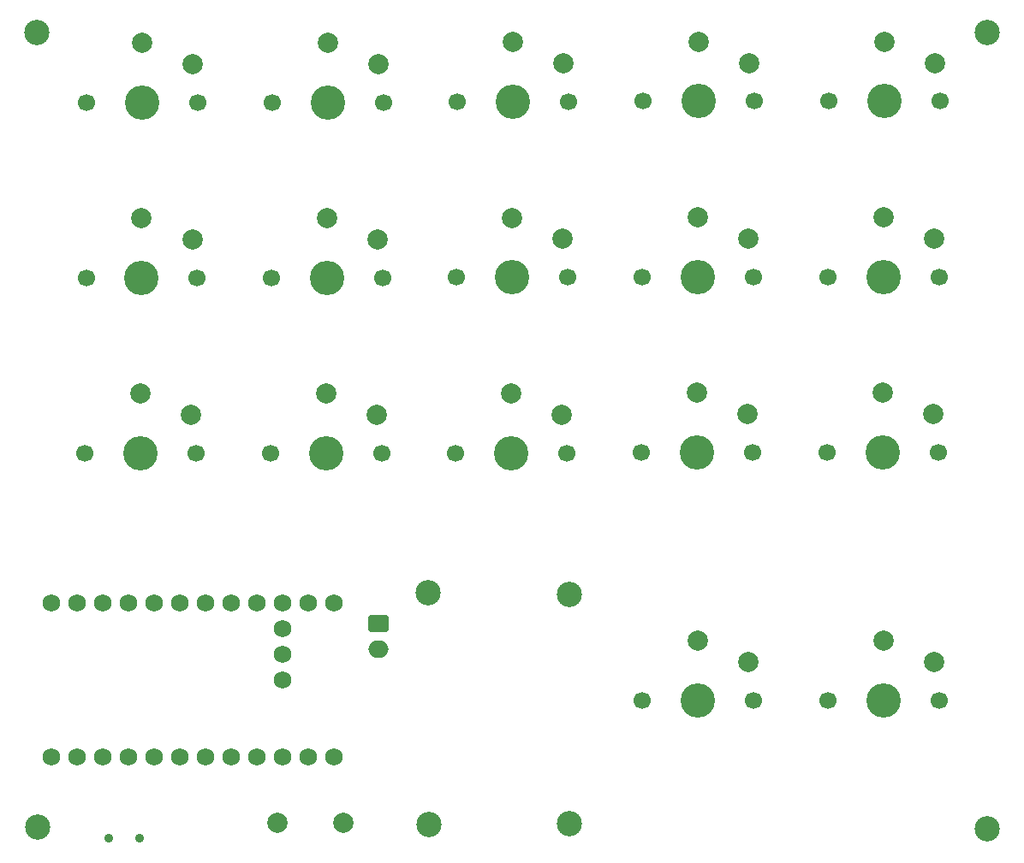
<source format=gbr>
%TF.GenerationSoftware,KiCad,Pcbnew,7.0.6-0*%
%TF.CreationDate,2024-10-24T11:02:24+08:00*%
%TF.ProjectId,kweba,6b776562-612e-46b6-9963-61645f706362,rev?*%
%TF.SameCoordinates,Original*%
%TF.FileFunction,Soldermask,Bot*%
%TF.FilePolarity,Negative*%
%FSLAX46Y46*%
G04 Gerber Fmt 4.6, Leading zero omitted, Abs format (unit mm)*
G04 Created by KiCad (PCBNEW 7.0.6-0) date 2024-10-24 11:02:24*
%MOMM*%
%LPD*%
G01*
G04 APERTURE LIST*
G04 Aperture macros list*
%AMRoundRect*
0 Rectangle with rounded corners*
0 $1 Rounding radius*
0 $2 $3 $4 $5 $6 $7 $8 $9 X,Y pos of 4 corners*
0 Add a 4 corners polygon primitive as box body*
4,1,4,$2,$3,$4,$5,$6,$7,$8,$9,$2,$3,0*
0 Add four circle primitives for the rounded corners*
1,1,$1+$1,$2,$3*
1,1,$1+$1,$4,$5*
1,1,$1+$1,$6,$7*
1,1,$1+$1,$8,$9*
0 Add four rect primitives between the rounded corners*
20,1,$1+$1,$2,$3,$4,$5,0*
20,1,$1+$1,$4,$5,$6,$7,0*
20,1,$1+$1,$6,$7,$8,$9,0*
20,1,$1+$1,$8,$9,$2,$3,0*%
G04 Aperture macros list end*
%ADD10C,2.500000*%
%ADD11C,1.752600*%
%ADD12C,1.700000*%
%ADD13C,3.400000*%
%ADD14C,2.000000*%
%ADD15C,0.900000*%
%ADD16RoundRect,0.250000X-0.750000X0.600000X-0.750000X-0.600000X0.750000X-0.600000X0.750000X0.600000X0*%
%ADD17O,2.000000X1.700000*%
G04 APERTURE END LIST*
D10*
%TO.C,H8*%
X-195925000Y-205700000D03*
%TD*%
%TO.C,H7*%
X-209825000Y-205800000D03*
%TD*%
%TO.C,H6*%
X-195925000Y-183000000D03*
%TD*%
D11*
%TO.C,U1*%
X-247133250Y-183830000D03*
X-244593250Y-183830000D03*
X-242053250Y-183830000D03*
X-239513250Y-183830000D03*
X-236973250Y-183830000D03*
X-234433250Y-183830000D03*
X-231893250Y-183830000D03*
X-229353250Y-183830000D03*
X-226813250Y-183830000D03*
X-224273250Y-183830000D03*
X-221733250Y-183830000D03*
X-219193250Y-183830000D03*
X-219193250Y-199070000D03*
X-221733250Y-199070000D03*
X-224273250Y-199070000D03*
X-226813250Y-199070000D03*
X-229353250Y-199070000D03*
X-231893250Y-199070000D03*
X-234433250Y-199070000D03*
X-236973250Y-199070000D03*
X-239513250Y-199070000D03*
X-242053250Y-199070000D03*
X-244593250Y-199070000D03*
X-247133250Y-199070000D03*
X-224273250Y-186370000D03*
X-224273250Y-188910000D03*
X-224273250Y-191450000D03*
%TD*%
D12*
%TO.C,SW15*%
X-207225000Y-168975000D03*
D13*
X-201725000Y-168975000D03*
D12*
X-196225000Y-168975000D03*
D14*
X-201725000Y-163075000D03*
X-196725000Y-165175000D03*
%TD*%
D10*
%TO.C,H5*%
X-209925000Y-182850000D03*
%TD*%
D12*
%TO.C,SW2*%
X-243725000Y-151650000D03*
D13*
X-238225000Y-151650000D03*
D12*
X-232725000Y-151650000D03*
D14*
X-238225000Y-145750000D03*
X-233225000Y-147850000D03*
%TD*%
D12*
%TO.C,SW6*%
X-188800000Y-168925000D03*
D13*
X-183300000Y-168925000D03*
D12*
X-177800000Y-168925000D03*
D14*
X-183300000Y-163025000D03*
X-178300000Y-165125000D03*
%TD*%
D15*
%TO.C,SW18*%
X-241450000Y-207085000D03*
X-238450000Y-207085000D03*
%TD*%
D12*
%TO.C,SW5*%
X-188700000Y-151550000D03*
D13*
X-183200000Y-151550000D03*
D12*
X-177700000Y-151550000D03*
D14*
X-183200000Y-145650000D03*
X-178200000Y-147750000D03*
%TD*%
D10*
%TO.C,H3*%
X-154650000Y-206150000D03*
%TD*%
D12*
%TO.C,SW11*%
X-170375000Y-151550000D03*
D13*
X-164875000Y-151550000D03*
D12*
X-159375000Y-151550000D03*
D14*
X-164875000Y-145650000D03*
X-159875000Y-147750000D03*
%TD*%
D12*
%TO.C,SW14*%
X-207125000Y-151600000D03*
D13*
X-201625000Y-151600000D03*
D12*
X-196125000Y-151600000D03*
D14*
X-201625000Y-145700000D03*
X-196625000Y-147800000D03*
%TD*%
D12*
%TO.C,SW7*%
X-225325000Y-134275000D03*
D13*
X-219825000Y-134275000D03*
D12*
X-214325000Y-134275000D03*
D14*
X-219825000Y-128375000D03*
X-214825000Y-130475000D03*
%TD*%
D12*
%TO.C,SW4*%
X-188625000Y-134175000D03*
D13*
X-183125000Y-134175000D03*
D12*
X-177625000Y-134175000D03*
D14*
X-183125000Y-128275000D03*
X-178125000Y-130375000D03*
%TD*%
D10*
%TO.C,H1*%
X-248575000Y-127375000D03*
%TD*%
D12*
%TO.C,SW12*%
X-170475000Y-168925000D03*
D13*
X-164975000Y-168925000D03*
D12*
X-159475000Y-168925000D03*
D14*
X-164975000Y-163025000D03*
X-159975000Y-165125000D03*
%TD*%
D12*
%TO.C,SW16*%
X-188725000Y-193475000D03*
D13*
X-183225000Y-193475000D03*
D12*
X-177725000Y-193475000D03*
D14*
X-183225000Y-187575000D03*
X-178225000Y-189675000D03*
%TD*%
D12*
%TO.C,SW3*%
X-243825000Y-169025000D03*
D13*
X-238325000Y-169025000D03*
D12*
X-232825000Y-169025000D03*
D14*
X-238325000Y-163125000D03*
X-233325000Y-165225000D03*
%TD*%
D12*
%TO.C,SW13*%
X-207050000Y-134225000D03*
D13*
X-201550000Y-134225000D03*
D12*
X-196050000Y-134225000D03*
D14*
X-201550000Y-128325000D03*
X-196550000Y-130425000D03*
%TD*%
%TO.C,SW19*%
X-224800000Y-205600000D03*
X-218300000Y-205600000D03*
%TD*%
D12*
%TO.C,SW17*%
X-170350000Y-193475000D03*
D13*
X-164850000Y-193475000D03*
D12*
X-159350000Y-193475000D03*
D14*
X-164850000Y-187575000D03*
X-159850000Y-189675000D03*
%TD*%
D12*
%TO.C,SW8*%
X-225400000Y-151650000D03*
D13*
X-219900000Y-151650000D03*
D12*
X-214400000Y-151650000D03*
D14*
X-219900000Y-145750000D03*
X-214900000Y-147850000D03*
%TD*%
D10*
%TO.C,H4*%
X-248550000Y-205975000D03*
%TD*%
D12*
%TO.C,SW10*%
X-170300000Y-134175000D03*
D13*
X-164800000Y-134175000D03*
D12*
X-159300000Y-134175000D03*
D14*
X-164800000Y-128275000D03*
X-159800000Y-130375000D03*
%TD*%
D12*
%TO.C,SW1*%
X-243650000Y-134275000D03*
D13*
X-238150000Y-134275000D03*
D12*
X-232650000Y-134275000D03*
D14*
X-238150000Y-128375000D03*
X-233150000Y-130475000D03*
%TD*%
D10*
%TO.C,H2*%
X-154650000Y-127375000D03*
%TD*%
D12*
%TO.C,SW9*%
X-225500000Y-169025000D03*
D13*
X-220000000Y-169025000D03*
D12*
X-214500000Y-169025000D03*
D14*
X-220000000Y-163125000D03*
X-215000000Y-165225000D03*
%TD*%
D16*
%TO.C,J1*%
X-214850000Y-185875000D03*
D17*
X-214850000Y-188375000D03*
%TD*%
M02*

</source>
